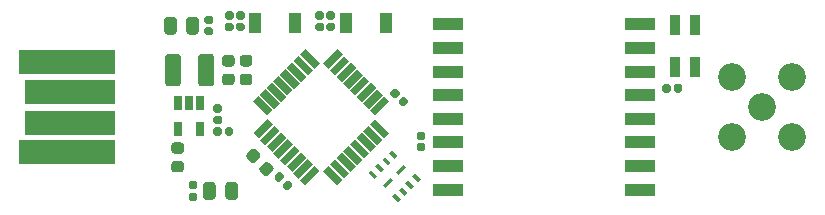
<source format=gbr>
%TF.GenerationSoftware,KiCad,Pcbnew,(5.1.6)-1*%
%TF.CreationDate,2020-12-02T12:11:42+01:00*%
%TF.ProjectId,LoRa_Dongle_Thin,4c6f5261-5f44-46f6-9e67-6c655f546869,rev?*%
%TF.SameCoordinates,Original*%
%TF.FileFunction,Soldermask,Top*%
%TF.FilePolarity,Negative*%
%FSLAX46Y46*%
G04 Gerber Fmt 4.6, Leading zero omitted, Abs format (unit mm)*
G04 Created by KiCad (PCBNEW (5.1.6)-1) date 2020-12-02 12:11:42*
%MOMM*%
%LPD*%
G01*
G04 APERTURE LIST*
%ADD10C,0.100000*%
%ADD11C,2.350000*%
%ADD12R,2.600000X1.100000*%
%ADD13R,0.950000X1.700000*%
%ADD14R,8.100000X2.000000*%
%ADD15R,7.600000X2.100000*%
%ADD16R,0.750000X1.160000*%
%ADD17R,1.000000X1.800000*%
G04 APERTURE END LIST*
%TO.C,C4*%
G36*
G01*
X33030048Y51399645D02*
X33309355Y51678953D01*
G75*
G02*
X33553307Y51678953I121976J-121976D01*
G01*
X33797259Y51435001D01*
G75*
G02*
X33797259Y51191049I-121976J-121976D01*
G01*
X33517951Y50911741D01*
G75*
G02*
X33273999Y50911741I-121976J121976D01*
G01*
X33030047Y51155693D01*
G75*
G02*
X33030047Y51399645I121976J121976D01*
G01*
G37*
G36*
G01*
X33715942Y50713751D02*
X33995249Y50993059D01*
G75*
G02*
X34239201Y50993059I121976J-121976D01*
G01*
X34483153Y50749107D01*
G75*
G02*
X34483153Y50505155I-121976J-121976D01*
G01*
X34203845Y50225847D01*
G75*
G02*
X33959893Y50225847I-121976J121976D01*
G01*
X33715941Y50469799D01*
G75*
G02*
X33715941Y50713751I121976J121976D01*
G01*
G37*
%TD*%
D10*
%TO.C,U2*%
G36*
X42748855Y57709638D02*
G01*
X41546774Y56507557D01*
X41087155Y56967176D01*
X42289236Y58169257D01*
X42748855Y57709638D01*
G37*
G36*
X42183170Y58275324D02*
G01*
X40981089Y57073243D01*
X40521470Y57532862D01*
X41723551Y58734943D01*
X42183170Y58275324D01*
G37*
G36*
X41617484Y58841009D02*
G01*
X40415403Y57638928D01*
X39955784Y58098547D01*
X41157865Y59300628D01*
X41617484Y58841009D01*
G37*
G36*
X41051799Y59406695D02*
G01*
X39849718Y58204614D01*
X39390099Y58664233D01*
X40592180Y59866314D01*
X41051799Y59406695D01*
G37*
G36*
X40486114Y59972380D02*
G01*
X39284033Y58770299D01*
X38824414Y59229918D01*
X40026495Y60431999D01*
X40486114Y59972380D01*
G37*
G36*
X39920428Y60538065D02*
G01*
X38718347Y59335984D01*
X38258728Y59795603D01*
X39460809Y60997684D01*
X39920428Y60538065D01*
G37*
G36*
X39354743Y61103751D02*
G01*
X38152662Y59901670D01*
X37693043Y60361289D01*
X38895124Y61563370D01*
X39354743Y61103751D01*
G37*
G36*
X38789057Y61669436D02*
G01*
X37586976Y60467355D01*
X37127357Y60926974D01*
X38329438Y62129055D01*
X38789057Y61669436D01*
G37*
G36*
X32877645Y55758024D02*
G01*
X31675564Y54555943D01*
X31215945Y55015562D01*
X32418026Y56217643D01*
X32877645Y55758024D01*
G37*
G36*
X33443330Y55192338D02*
G01*
X32241249Y53990257D01*
X31781630Y54449876D01*
X32983711Y55651957D01*
X33443330Y55192338D01*
G37*
G36*
X34009016Y54626653D02*
G01*
X32806935Y53424572D01*
X32347316Y53884191D01*
X33549397Y55086272D01*
X34009016Y54626653D01*
G37*
G36*
X34574701Y54060967D02*
G01*
X33372620Y52858886D01*
X32913001Y53318505D01*
X34115082Y54520586D01*
X34574701Y54060967D01*
G37*
G36*
X35140386Y53495282D02*
G01*
X33938305Y52293201D01*
X33478686Y52752820D01*
X34680767Y53954901D01*
X35140386Y53495282D01*
G37*
G36*
X35706072Y52929597D02*
G01*
X34503991Y51727516D01*
X34044372Y52187135D01*
X35246453Y53389216D01*
X35706072Y52929597D01*
G37*
G36*
X36271757Y52363911D02*
G01*
X35069676Y51161830D01*
X34610057Y51621449D01*
X35812138Y52823530D01*
X36271757Y52363911D01*
G37*
G36*
X36837443Y51798226D02*
G01*
X35635362Y50596145D01*
X35175743Y51055764D01*
X36377824Y52257845D01*
X36837443Y51798226D01*
G37*
G36*
X38789057Y51055764D02*
G01*
X38329438Y50596145D01*
X37127357Y51798226D01*
X37586976Y52257845D01*
X38789057Y51055764D01*
G37*
G36*
X39354743Y51621449D02*
G01*
X38895124Y51161830D01*
X37693043Y52363911D01*
X38152662Y52823530D01*
X39354743Y51621449D01*
G37*
G36*
X39920428Y52187135D02*
G01*
X39460809Y51727516D01*
X38258728Y52929597D01*
X38718347Y53389216D01*
X39920428Y52187135D01*
G37*
G36*
X40486114Y52752820D02*
G01*
X40026495Y52293201D01*
X38824414Y53495282D01*
X39284033Y53954901D01*
X40486114Y52752820D01*
G37*
G36*
X41051799Y53318505D02*
G01*
X40592180Y52858886D01*
X39390099Y54060967D01*
X39849718Y54520586D01*
X41051799Y53318505D01*
G37*
G36*
X41617484Y53884191D02*
G01*
X41157865Y53424572D01*
X39955784Y54626653D01*
X40415403Y55086272D01*
X41617484Y53884191D01*
G37*
G36*
X42183170Y54449876D02*
G01*
X41723551Y53990257D01*
X40521470Y55192338D01*
X40981089Y55651957D01*
X42183170Y54449876D01*
G37*
G36*
X42748855Y55015562D02*
G01*
X42289236Y54555943D01*
X41087155Y55758024D01*
X41546774Y56217643D01*
X42748855Y55015562D01*
G37*
G36*
X36837443Y60926974D02*
G01*
X36377824Y60467355D01*
X35175743Y61669436D01*
X35635362Y62129055D01*
X36837443Y60926974D01*
G37*
G36*
X36271757Y60361289D02*
G01*
X35812138Y59901670D01*
X34610057Y61103751D01*
X35069676Y61563370D01*
X36271757Y60361289D01*
G37*
G36*
X35706072Y59795603D02*
G01*
X35246453Y59335984D01*
X34044372Y60538065D01*
X34503991Y60997684D01*
X35706072Y59795603D01*
G37*
G36*
X35140386Y59229918D02*
G01*
X34680767Y58770299D01*
X33478686Y59972380D01*
X33938305Y60431999D01*
X35140386Y59229918D01*
G37*
G36*
X34574701Y58664233D02*
G01*
X34115082Y58204614D01*
X32913001Y59406695D01*
X33372620Y59866314D01*
X34574701Y58664233D01*
G37*
G36*
X34009016Y58098547D02*
G01*
X33549397Y57638928D01*
X32347316Y58841009D01*
X32806935Y59300628D01*
X34009016Y58098547D01*
G37*
G36*
X33443330Y57532862D02*
G01*
X32983711Y57073243D01*
X31781630Y58275324D01*
X32241249Y58734943D01*
X33443330Y57532862D01*
G37*
G36*
X32877645Y56967176D02*
G01*
X32418026Y56507557D01*
X31215945Y57709638D01*
X31675564Y58169257D01*
X32877645Y56967176D01*
G37*
%TD*%
D11*
%TO.C,J3*%
X74289400Y57251600D03*
X71749400Y54711600D03*
X76829400Y54711600D03*
X76829400Y59791600D03*
X71749400Y59791600D03*
%TD*%
D12*
%TO.C,U3*%
X47749000Y64226200D03*
X47749000Y62226200D03*
X47749000Y60226200D03*
X47749000Y58226200D03*
X47749000Y56226200D03*
X47749000Y54226200D03*
X47749000Y52226200D03*
X47749000Y50226200D03*
X63949000Y50226200D03*
X63949000Y52226200D03*
X63949000Y54226200D03*
X63949000Y56226200D03*
X63949000Y58226200D03*
X63949000Y60226200D03*
X63949000Y62226200D03*
X63949000Y64226200D03*
%TD*%
%TO.C,C5*%
G36*
G01*
X31762141Y52938206D02*
X31364393Y52540459D01*
G75*
G02*
X31019679Y52540459I-172357J172357D01*
G01*
X30674965Y52885173D01*
G75*
G02*
X30674965Y53229887I172357J172357D01*
G01*
X31072713Y53627635D01*
G75*
G02*
X31417427Y53627635I172357J-172357D01*
G01*
X31762141Y53282921D01*
G75*
G02*
X31762141Y52938207I-172357J-172357D01*
G01*
G37*
G36*
G01*
X32875835Y51824512D02*
X32478087Y51426765D01*
G75*
G02*
X32133373Y51426765I-172357J172357D01*
G01*
X31788659Y51771479D01*
G75*
G02*
X31788659Y52116193I172357J172357D01*
G01*
X32186407Y52513941D01*
G75*
G02*
X32531121Y52513941I172357J-172357D01*
G01*
X32875835Y52169227D01*
G75*
G02*
X32875835Y51824513I-172357J-172357D01*
G01*
G37*
%TD*%
%TO.C,C6*%
G36*
G01*
X24534550Y54234000D02*
X25097050Y54234000D01*
G75*
G02*
X25340800Y53990250I0J-243750D01*
G01*
X25340800Y53502750D01*
G75*
G02*
X25097050Y53259000I-243750J0D01*
G01*
X24534550Y53259000D01*
G75*
G02*
X24290800Y53502750I0J243750D01*
G01*
X24290800Y53990250D01*
G75*
G02*
X24534550Y54234000I243750J0D01*
G01*
G37*
G36*
G01*
X24534550Y52659000D02*
X25097050Y52659000D01*
G75*
G02*
X25340800Y52415250I0J-243750D01*
G01*
X25340800Y51927750D01*
G75*
G02*
X25097050Y51684000I-243750J0D01*
G01*
X24534550Y51684000D01*
G75*
G02*
X24290800Y51927750I0J243750D01*
G01*
X24290800Y52415250D01*
G75*
G02*
X24534550Y52659000I243750J0D01*
G01*
G37*
%TD*%
%TO.C,C9*%
G36*
G01*
X29389650Y59075400D02*
X28827150Y59075400D01*
G75*
G02*
X28583400Y59319150I0J243750D01*
G01*
X28583400Y59806650D01*
G75*
G02*
X28827150Y60050400I243750J0D01*
G01*
X29389650Y60050400D01*
G75*
G02*
X29633400Y59806650I0J-243750D01*
G01*
X29633400Y59319150D01*
G75*
G02*
X29389650Y59075400I-243750J0D01*
G01*
G37*
G36*
G01*
X29389650Y60650400D02*
X28827150Y60650400D01*
G75*
G02*
X28583400Y60894150I0J243750D01*
G01*
X28583400Y61381650D01*
G75*
G02*
X28827150Y61625400I243750J0D01*
G01*
X29389650Y61625400D01*
G75*
G02*
X29633400Y61381650I0J-243750D01*
G01*
X29633400Y60894150D01*
G75*
G02*
X29389650Y60650400I-243750J0D01*
G01*
G37*
%TD*%
%TO.C,C10*%
G36*
G01*
X30888250Y60650400D02*
X30325750Y60650400D01*
G75*
G02*
X30082000Y60894150I0J243750D01*
G01*
X30082000Y61381650D01*
G75*
G02*
X30325750Y61625400I243750J0D01*
G01*
X30888250Y61625400D01*
G75*
G02*
X31132000Y61381650I0J-243750D01*
G01*
X31132000Y60894150D01*
G75*
G02*
X30888250Y60650400I-243750J0D01*
G01*
G37*
G36*
G01*
X30888250Y59075400D02*
X30325750Y59075400D01*
G75*
G02*
X30082000Y59319150I0J243750D01*
G01*
X30082000Y59806650D01*
G75*
G02*
X30325750Y60050400I243750J0D01*
G01*
X30888250Y60050400D01*
G75*
G02*
X31132000Y59806650I0J-243750D01*
G01*
X31132000Y59319150D01*
G75*
G02*
X30888250Y59075400I-243750J0D01*
G01*
G37*
%TD*%
D13*
%TO.C,D1*%
X68636600Y64132400D03*
X66886600Y64132400D03*
X68636600Y60632400D03*
X66886600Y60632400D03*
%TD*%
%TO.C,D2*%
G36*
G01*
X23671000Y63628350D02*
X23671000Y64590850D01*
G75*
G02*
X23939750Y64859600I268750J0D01*
G01*
X24477250Y64859600D01*
G75*
G02*
X24746000Y64590850I0J-268750D01*
G01*
X24746000Y63628350D01*
G75*
G02*
X24477250Y63359600I-268750J0D01*
G01*
X23939750Y63359600D01*
G75*
G02*
X23671000Y63628350I0J268750D01*
G01*
G37*
G36*
G01*
X25546000Y63628350D02*
X25546000Y64590850D01*
G75*
G02*
X25814750Y64859600I268750J0D01*
G01*
X26352250Y64859600D01*
G75*
G02*
X26621000Y64590850I0J-268750D01*
G01*
X26621000Y63628350D01*
G75*
G02*
X26352250Y63359600I-268750J0D01*
G01*
X25814750Y63359600D01*
G75*
G02*
X25546000Y63628350I0J268750D01*
G01*
G37*
%TD*%
%TO.C,D3*%
G36*
G01*
X28048000Y50595450D02*
X28048000Y49632950D01*
G75*
G02*
X27779250Y49364200I-268750J0D01*
G01*
X27241750Y49364200D01*
G75*
G02*
X26973000Y49632950I0J268750D01*
G01*
X26973000Y50595450D01*
G75*
G02*
X27241750Y50864200I268750J0D01*
G01*
X27779250Y50864200D01*
G75*
G02*
X28048000Y50595450I0J-268750D01*
G01*
G37*
G36*
G01*
X29923000Y50595450D02*
X29923000Y49632950D01*
G75*
G02*
X29654250Y49364200I-268750J0D01*
G01*
X29116750Y49364200D01*
G75*
G02*
X28848000Y49632950I0J268750D01*
G01*
X28848000Y50595450D01*
G75*
G02*
X29116750Y50864200I268750J0D01*
G01*
X29654250Y50864200D01*
G75*
G02*
X29923000Y50595450I0J-268750D01*
G01*
G37*
%TD*%
D14*
%TO.C,J2*%
X15491800Y53390800D03*
X15491800Y61010800D03*
D15*
X15741800Y58500800D03*
X15741800Y55900800D03*
%TD*%
%TO.C,L2*%
G36*
G01*
X23756800Y59245400D02*
X23756800Y61455400D01*
G75*
G02*
X24026800Y61725400I270000J0D01*
G01*
X24836800Y61725400D01*
G75*
G02*
X25106800Y61455400I0J-270000D01*
G01*
X25106800Y59245400D01*
G75*
G02*
X24836800Y58975400I-270000J0D01*
G01*
X24026800Y58975400D01*
G75*
G02*
X23756800Y59245400I0J270000D01*
G01*
G37*
G36*
G01*
X26556800Y59245400D02*
X26556800Y61455400D01*
G75*
G02*
X26826800Y61725400I270000J0D01*
G01*
X27636800Y61725400D01*
G75*
G02*
X27906800Y61455400I0J-270000D01*
G01*
X27906800Y59245400D01*
G75*
G02*
X27636800Y58975400I-270000J0D01*
G01*
X26826800Y58975400D01*
G75*
G02*
X26556800Y59245400I0J270000D01*
G01*
G37*
%TD*%
D10*
%TO.C,U1*%
G36*
X42679350Y53333024D02*
G01*
X42926837Y53580511D01*
X43421812Y53085536D01*
X43174325Y52838049D01*
X42679350Y53333024D01*
G37*
G36*
X44659249Y51353125D02*
G01*
X44906736Y51600612D01*
X45401711Y51105637D01*
X45154224Y50858150D01*
X44659249Y51353125D01*
G37*
G36*
X42113664Y52767338D02*
G01*
X42361151Y53014825D01*
X42856126Y52519850D01*
X42608639Y52272363D01*
X42113664Y52767338D01*
G37*
G36*
X41547979Y52201653D02*
G01*
X41795466Y52449140D01*
X42290441Y51954165D01*
X42042954Y51706678D01*
X41547979Y52201653D01*
G37*
G36*
X40982293Y51635967D02*
G01*
X41229780Y51883454D01*
X41724755Y51388479D01*
X41477268Y51140992D01*
X40982293Y51635967D01*
G37*
G36*
X44093563Y50787439D02*
G01*
X44341050Y51034926D01*
X44836025Y50539951D01*
X44588538Y50292464D01*
X44093563Y50787439D01*
G37*
G36*
X43527878Y50221754D02*
G01*
X43775365Y50469241D01*
X44270340Y49974266D01*
X44022853Y49726779D01*
X43527878Y50221754D01*
G37*
G36*
X42962192Y49656068D02*
G01*
X43209679Y49903555D01*
X43704654Y49408580D01*
X43457167Y49161093D01*
X42962192Y49656068D01*
G37*
G36*
X42187910Y50578842D02*
G01*
X42824306Y51215238D01*
X43036438Y51003106D01*
X42400042Y50366710D01*
X42187910Y50578842D01*
G37*
G36*
X43301462Y51692394D02*
G01*
X43937858Y52328790D01*
X44149990Y52116658D01*
X43513594Y51480262D01*
X43301462Y51692394D01*
G37*
%TD*%
D16*
%TO.C,U4*%
X26705600Y57564200D03*
X25755600Y57564200D03*
X24805600Y57564200D03*
X24805600Y55364200D03*
X26705600Y55364200D03*
%TD*%
%TO.C,C1*%
G36*
G01*
X37572300Y64350600D02*
X37967300Y64350600D01*
G75*
G02*
X38139800Y64178100I0J-172500D01*
G01*
X38139800Y63833100D01*
G75*
G02*
X37967300Y63660600I-172500J0D01*
G01*
X37572300Y63660600D01*
G75*
G02*
X37399800Y63833100I0J172500D01*
G01*
X37399800Y64178100D01*
G75*
G02*
X37572300Y64350600I172500J0D01*
G01*
G37*
G36*
G01*
X37572300Y65320600D02*
X37967300Y65320600D01*
G75*
G02*
X38139800Y65148100I0J-172500D01*
G01*
X38139800Y64803100D01*
G75*
G02*
X37967300Y64630600I-172500J0D01*
G01*
X37572300Y64630600D01*
G75*
G02*
X37399800Y64803100I0J172500D01*
G01*
X37399800Y65148100D01*
G75*
G02*
X37572300Y65320600I172500J0D01*
G01*
G37*
%TD*%
%TO.C,C2*%
G36*
G01*
X29926900Y65320600D02*
X30321900Y65320600D01*
G75*
G02*
X30494400Y65148100I0J-172500D01*
G01*
X30494400Y64803100D01*
G75*
G02*
X30321900Y64630600I-172500J0D01*
G01*
X29926900Y64630600D01*
G75*
G02*
X29754400Y64803100I0J172500D01*
G01*
X29754400Y65148100D01*
G75*
G02*
X29926900Y65320600I172500J0D01*
G01*
G37*
G36*
G01*
X29926900Y64350600D02*
X30321900Y64350600D01*
G75*
G02*
X30494400Y64178100I0J-172500D01*
G01*
X30494400Y63833100D01*
G75*
G02*
X30321900Y63660600I-172500J0D01*
G01*
X29926900Y63660600D01*
G75*
G02*
X29754400Y63833100I0J172500D01*
G01*
X29754400Y64178100D01*
G75*
G02*
X29926900Y64350600I172500J0D01*
G01*
G37*
%TD*%
%TO.C,C3*%
G36*
G01*
X43520342Y57800351D02*
X43799649Y58079659D01*
G75*
G02*
X44043601Y58079659I121976J-121976D01*
G01*
X44287553Y57835707D01*
G75*
G02*
X44287553Y57591755I-121976J-121976D01*
G01*
X44008245Y57312447D01*
G75*
G02*
X43764293Y57312447I-121976J121976D01*
G01*
X43520341Y57556399D01*
G75*
G02*
X43520341Y57800351I121976J121976D01*
G01*
G37*
G36*
G01*
X42834448Y58486245D02*
X43113755Y58765553D01*
G75*
G02*
X43357707Y58765553I121976J-121976D01*
G01*
X43601659Y58521601D01*
G75*
G02*
X43601659Y58277649I-121976J-121976D01*
G01*
X43322351Y57998341D01*
G75*
G02*
X43078399Y57998341I-121976J121976D01*
G01*
X42834447Y58242293D01*
G75*
G02*
X42834447Y58486245I121976J121976D01*
G01*
G37*
%TD*%
%TO.C,R1*%
G36*
G01*
X37052900Y64630600D02*
X36657900Y64630600D01*
G75*
G02*
X36485400Y64803100I0J172500D01*
G01*
X36485400Y65148100D01*
G75*
G02*
X36657900Y65320600I172500J0D01*
G01*
X37052900Y65320600D01*
G75*
G02*
X37225400Y65148100I0J-172500D01*
G01*
X37225400Y64803100D01*
G75*
G02*
X37052900Y64630600I-172500J0D01*
G01*
G37*
G36*
G01*
X37052900Y63660600D02*
X36657900Y63660600D01*
G75*
G02*
X36485400Y63833100I0J172500D01*
G01*
X36485400Y64178100D01*
G75*
G02*
X36657900Y64350600I172500J0D01*
G01*
X37052900Y64350600D01*
G75*
G02*
X37225400Y64178100I0J-172500D01*
G01*
X37225400Y63833100D01*
G75*
G02*
X37052900Y63660600I-172500J0D01*
G01*
G37*
%TD*%
%TO.C,R2*%
G36*
G01*
X29382100Y64630600D02*
X28987100Y64630600D01*
G75*
G02*
X28814600Y64803100I0J172500D01*
G01*
X28814600Y65148100D01*
G75*
G02*
X28987100Y65320600I172500J0D01*
G01*
X29382100Y65320600D01*
G75*
G02*
X29554600Y65148100I0J-172500D01*
G01*
X29554600Y64803100D01*
G75*
G02*
X29382100Y64630600I-172500J0D01*
G01*
G37*
G36*
G01*
X29382100Y63660600D02*
X28987100Y63660600D01*
G75*
G02*
X28814600Y63833100I0J172500D01*
G01*
X28814600Y64178100D01*
G75*
G02*
X28987100Y64350600I172500J0D01*
G01*
X29382100Y64350600D01*
G75*
G02*
X29554600Y64178100I0J-172500D01*
G01*
X29554600Y63833100D01*
G75*
G02*
X29382100Y63660600I-172500J0D01*
G01*
G37*
%TD*%
%TO.C,R3*%
G36*
G01*
X67524800Y58998500D02*
X67524800Y58603500D01*
G75*
G02*
X67352300Y58431000I-172500J0D01*
G01*
X67007300Y58431000D01*
G75*
G02*
X66834800Y58603500I0J172500D01*
G01*
X66834800Y58998500D01*
G75*
G02*
X67007300Y59171000I172500J0D01*
G01*
X67352300Y59171000D01*
G75*
G02*
X67524800Y58998500I0J-172500D01*
G01*
G37*
G36*
G01*
X66554800Y58998500D02*
X66554800Y58603500D01*
G75*
G02*
X66382300Y58431000I-172500J0D01*
G01*
X66037300Y58431000D01*
G75*
G02*
X65864800Y58603500I0J172500D01*
G01*
X65864800Y58998500D01*
G75*
G02*
X66037300Y59171000I172500J0D01*
G01*
X66382300Y59171000D01*
G75*
G02*
X66554800Y58998500I0J-172500D01*
G01*
G37*
%TD*%
%TO.C,R4*%
G36*
G01*
X27654900Y63279600D02*
X27259900Y63279600D01*
G75*
G02*
X27087400Y63452100I0J172500D01*
G01*
X27087400Y63797100D01*
G75*
G02*
X27259900Y63969600I172500J0D01*
G01*
X27654900Y63969600D01*
G75*
G02*
X27827400Y63797100I0J-172500D01*
G01*
X27827400Y63452100D01*
G75*
G02*
X27654900Y63279600I-172500J0D01*
G01*
G37*
G36*
G01*
X27654900Y64249600D02*
X27259900Y64249600D01*
G75*
G02*
X27087400Y64422100I0J172500D01*
G01*
X27087400Y64767100D01*
G75*
G02*
X27259900Y64939600I172500J0D01*
G01*
X27654900Y64939600D01*
G75*
G02*
X27827400Y64767100I0J-172500D01*
G01*
X27827400Y64422100D01*
G75*
G02*
X27654900Y64249600I-172500J0D01*
G01*
G37*
%TD*%
%TO.C,R5*%
G36*
G01*
X26308700Y50254200D02*
X25913700Y50254200D01*
G75*
G02*
X25741200Y50426700I0J172500D01*
G01*
X25741200Y50771700D01*
G75*
G02*
X25913700Y50944200I172500J0D01*
G01*
X26308700Y50944200D01*
G75*
G02*
X26481200Y50771700I0J-172500D01*
G01*
X26481200Y50426700D01*
G75*
G02*
X26308700Y50254200I-172500J0D01*
G01*
G37*
G36*
G01*
X26308700Y49284200D02*
X25913700Y49284200D01*
G75*
G02*
X25741200Y49456700I0J172500D01*
G01*
X25741200Y49801700D01*
G75*
G02*
X25913700Y49974200I172500J0D01*
G01*
X26308700Y49974200D01*
G75*
G02*
X26481200Y49801700I0J-172500D01*
G01*
X26481200Y49456700D01*
G75*
G02*
X26308700Y49284200I-172500J0D01*
G01*
G37*
%TD*%
%TO.C,R6*%
G36*
G01*
X45612700Y53475200D02*
X45217700Y53475200D01*
G75*
G02*
X45045200Y53647700I0J172500D01*
G01*
X45045200Y53992700D01*
G75*
G02*
X45217700Y54165200I172500J0D01*
G01*
X45612700Y54165200D01*
G75*
G02*
X45785200Y53992700I0J-172500D01*
G01*
X45785200Y53647700D01*
G75*
G02*
X45612700Y53475200I-172500J0D01*
G01*
G37*
G36*
G01*
X45612700Y54445200D02*
X45217700Y54445200D01*
G75*
G02*
X45045200Y54617700I0J172500D01*
G01*
X45045200Y54962700D01*
G75*
G02*
X45217700Y55135200I172500J0D01*
G01*
X45612700Y55135200D01*
G75*
G02*
X45785200Y54962700I0J-172500D01*
G01*
X45785200Y54617700D01*
G75*
G02*
X45612700Y54445200I-172500J0D01*
G01*
G37*
%TD*%
%TO.C,R7*%
G36*
G01*
X28021900Y57446600D02*
X28416900Y57446600D01*
G75*
G02*
X28589400Y57274100I0J-172500D01*
G01*
X28589400Y56929100D01*
G75*
G02*
X28416900Y56756600I-172500J0D01*
G01*
X28021900Y56756600D01*
G75*
G02*
X27849400Y56929100I0J172500D01*
G01*
X27849400Y57274100D01*
G75*
G02*
X28021900Y57446600I172500J0D01*
G01*
G37*
G36*
G01*
X28021900Y56476600D02*
X28416900Y56476600D01*
G75*
G02*
X28589400Y56304100I0J-172500D01*
G01*
X28589400Y55959100D01*
G75*
G02*
X28416900Y55786600I-172500J0D01*
G01*
X28021900Y55786600D01*
G75*
G02*
X27849400Y55959100I0J172500D01*
G01*
X27849400Y56304100D01*
G75*
G02*
X28021900Y56476600I172500J0D01*
G01*
G37*
%TD*%
%TO.C,R8*%
G36*
G01*
X28819000Y54945900D02*
X28819000Y55340900D01*
G75*
G02*
X28991500Y55513400I172500J0D01*
G01*
X29336500Y55513400D01*
G75*
G02*
X29509000Y55340900I0J-172500D01*
G01*
X29509000Y54945900D01*
G75*
G02*
X29336500Y54773400I-172500J0D01*
G01*
X28991500Y54773400D01*
G75*
G02*
X28819000Y54945900I0J172500D01*
G01*
G37*
G36*
G01*
X27849000Y54945900D02*
X27849000Y55340900D01*
G75*
G02*
X28021500Y55513400I172500J0D01*
G01*
X28366500Y55513400D01*
G75*
G02*
X28539000Y55340900I0J-172500D01*
G01*
X28539000Y54945900D01*
G75*
G02*
X28366500Y54773400I-172500J0D01*
G01*
X28021500Y54773400D01*
G75*
G02*
X27849000Y54945900I0J172500D01*
G01*
G37*
%TD*%
D17*
%TO.C,SW1*%
X42492400Y64312800D03*
X39092400Y64312800D03*
%TD*%
%TO.C,SW2*%
X31370800Y64312800D03*
X34770800Y64312800D03*
%TD*%
M02*

</source>
